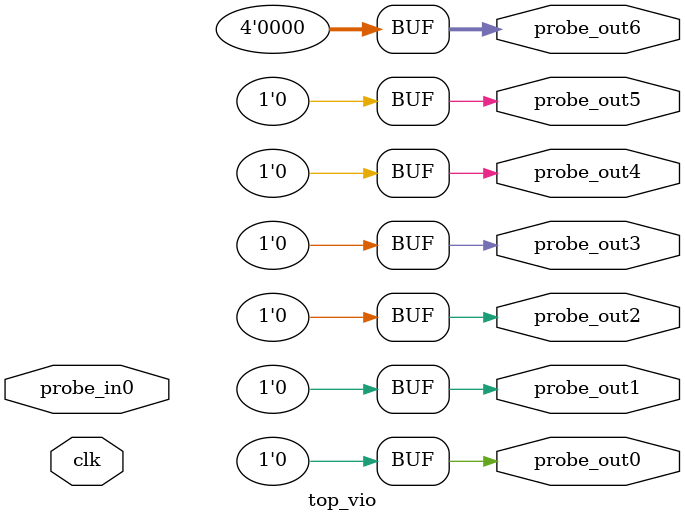
<source format=v>
`timescale 1ns / 1ps
module top_vio (
clk,
probe_in0,
probe_out0,
probe_out1,
probe_out2,
probe_out3,
probe_out4,
probe_out5,
probe_out6
);

input clk;
input [3 : 0] probe_in0;

output reg [0 : 0] probe_out0 = 'h0 ;
output reg [0 : 0] probe_out1 = 'h0 ;
output reg [0 : 0] probe_out2 = 'h0 ;
output reg [0 : 0] probe_out3 = 'h0 ;
output reg [0 : 0] probe_out4 = 'h0 ;
output reg [0 : 0] probe_out5 = 'h0 ;
output reg [3 : 0] probe_out6 = 'h0 ;


endmodule

</source>
